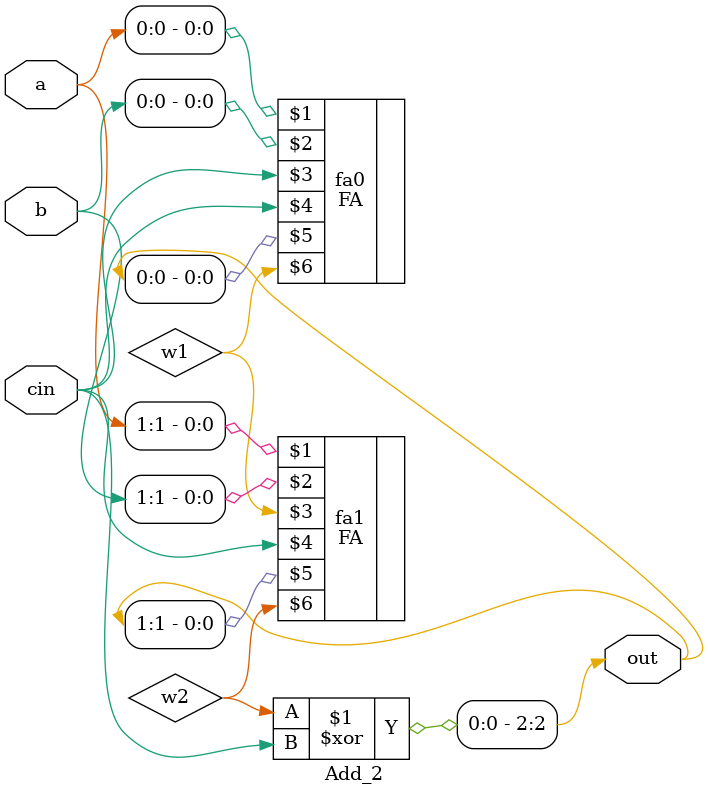
<source format=v>
`timescale 1ns / 1ps
module Add_2(
    input [1:0]a,
	 input [1:0]b,
	 input cin,
	 output [2:0]out);
	 wire w1, w2;
	 FA fa0(a[0], b[0], cin, cin, out[0], w1);
	 xor ( out[2] ,w2, cin);
	 FA fa1(a[1], b[1], w1, cin, out[1], w2);
	 
endmodule

</source>
